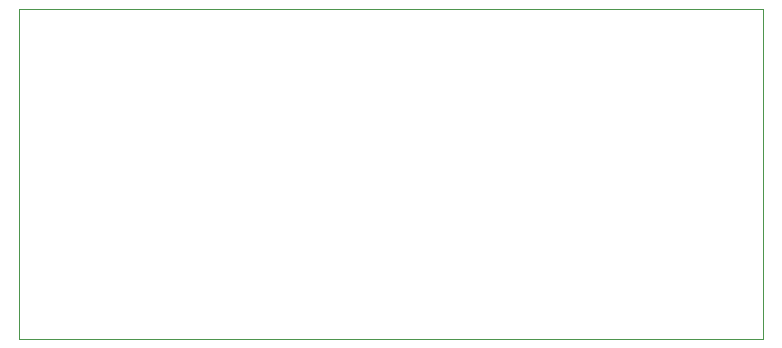
<source format=gbr>
%TF.GenerationSoftware,KiCad,Pcbnew,6.0.0*%
%TF.CreationDate,2022-01-04T21:54:10+01:00*%
%TF.ProjectId,mini_light_control,6d696e69-5f6c-4696-9768-745f636f6e74,v1.0*%
%TF.SameCoordinates,Original*%
%TF.FileFunction,Profile,NP*%
%FSLAX46Y46*%
G04 Gerber Fmt 4.6, Leading zero omitted, Abs format (unit mm)*
G04 Created by KiCad (PCBNEW 6.0.0) date 2022-01-04 21:54:10*
%MOMM*%
%LPD*%
G01*
G04 APERTURE LIST*
%TA.AperFunction,Profile*%
%ADD10C,0.050000*%
%TD*%
G04 APERTURE END LIST*
D10*
X163500000Y-35000000D02*
X163500000Y-63000000D01*
X163500000Y-63000000D02*
X100500000Y-63000000D01*
X100500000Y-35000000D02*
X163500000Y-35000000D01*
X100500000Y-63000000D02*
X100500000Y-35000000D01*
M02*

</source>
